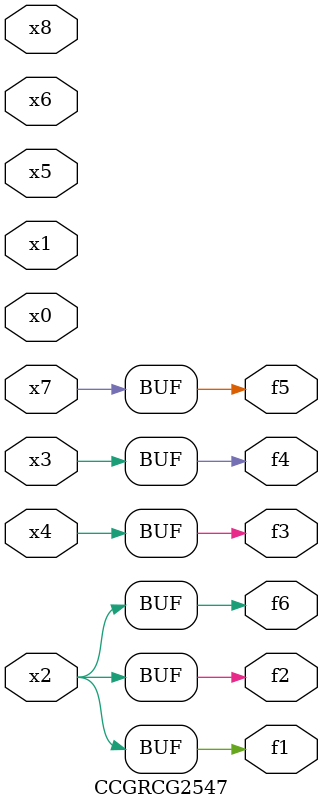
<source format=v>
module CCGRCG2547(
	input x0, x1, x2, x3, x4, x5, x6, x7, x8,
	output f1, f2, f3, f4, f5, f6
);
	assign f1 = x2;
	assign f2 = x2;
	assign f3 = x4;
	assign f4 = x3;
	assign f5 = x7;
	assign f6 = x2;
endmodule

</source>
